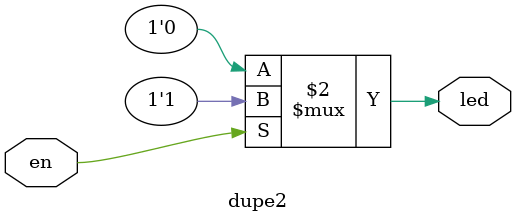
<source format=v>

module dupe2 (
    input en,
    output led
);

    assign led = (en == 1'b1) ? 1'b1 : 1'b0;

endmodule
</source>
